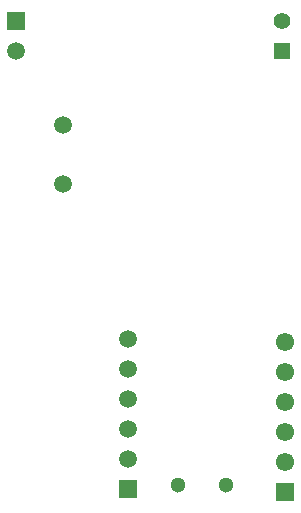
<source format=gbl>
G04 Layer_Physical_Order=2*
G04 Layer_Color=16711680*
%FSLAX44Y44*%
%MOMM*%
G71*
G01*
G75*
%ADD24C,1.5000*%
%ADD25C,1.5500*%
%ADD26R,1.5500X1.5500*%
%ADD27R,1.5000X1.5000*%
%ADD28C,1.4000*%
%ADD29R,1.4000X1.4000*%
%ADD30C,1.3000*%
D24*
X60000Y-160000D02*
D03*
Y-110000D02*
D03*
X115000Y-392900D02*
D03*
Y-367500D02*
D03*
Y-342100D02*
D03*
Y-316700D02*
D03*
Y-291300D02*
D03*
X20000Y-47500D02*
D03*
D25*
X247500Y-293400D02*
D03*
Y-318800D02*
D03*
Y-344200D02*
D03*
Y-369600D02*
D03*
Y-395000D02*
D03*
D26*
Y-420400D02*
D03*
D27*
X115000Y-418300D02*
D03*
X20000Y-22100D02*
D03*
D28*
X245000Y-22100D02*
D03*
D29*
Y-47500D02*
D03*
D30*
X197500Y-415000D02*
D03*
X157500D02*
D03*
M02*

</source>
